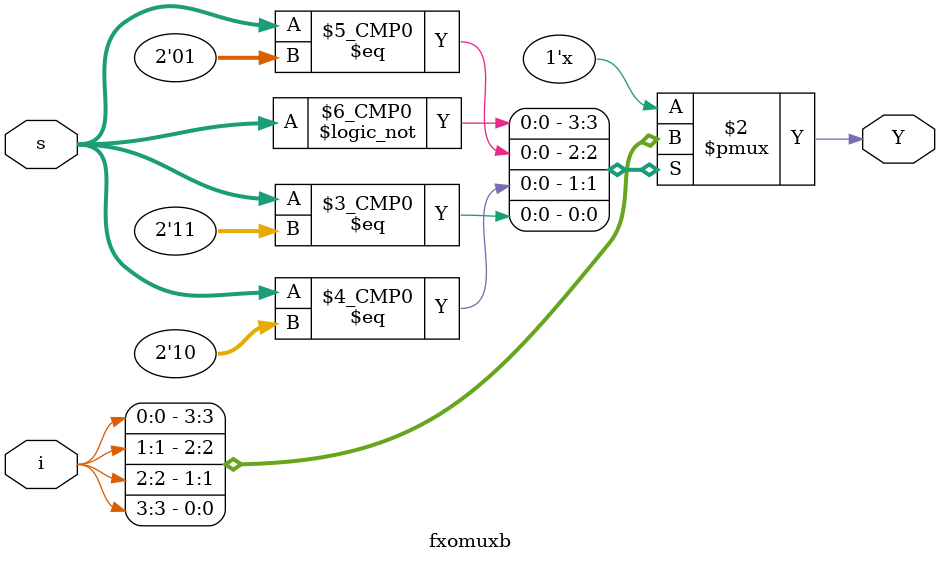
<source format=v>
module fxomuxb (
    i,s,Y
);
    input [3:0]i;
    input [1:0]s;
    output Y;

    // reg Y ;
    // wire [1:0] s;
    // wire [3:0] i;

    always @(i or s) begin
        case(s)
            2'b00: Y=i[0];
            2'b01: Y=i[1];
            2'b10: Y=i[2];
            2'b11: Y=i[3];
        endcase
    end
endmodule

</source>
